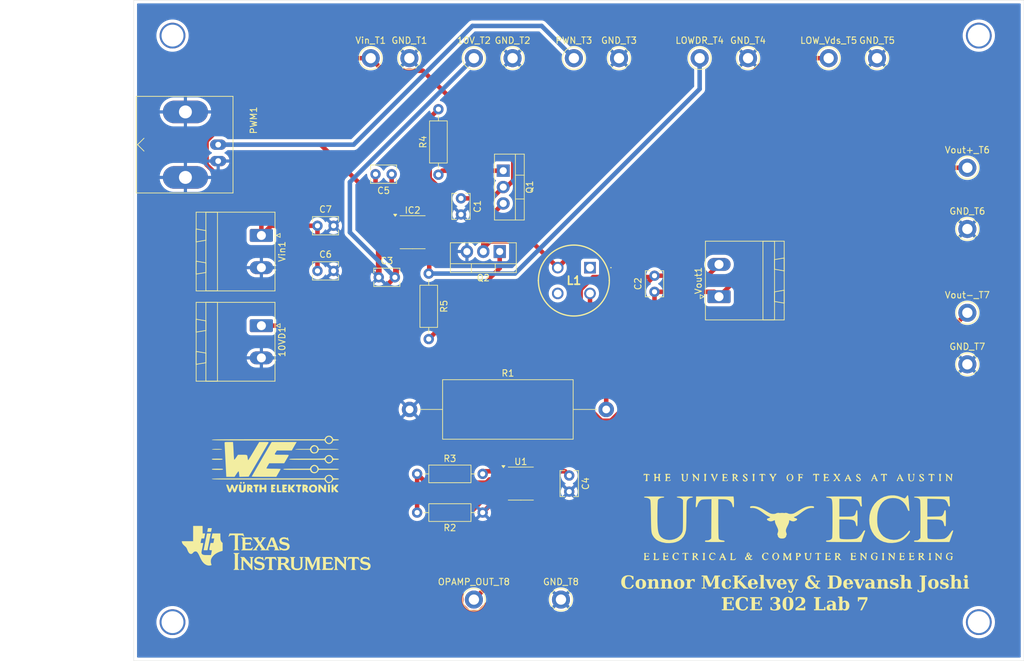
<source format=kicad_pcb>
(kicad_pcb (version 20241229) (generator "pcbnew") (generator_version "9.0")
  (layers (0 "F.Cu" signal) (2 "B.Cu" signal) (13 "F.Paste" user) (15 "B.Paste" user) (5 "F.SilkS" user "F.Silkscreen") (7 "B.SilkS" user "B.Silkscreen") (1 "F.Mask" user) (3 "B.Mask" user) (25 "Edge.Cuts" user))
  (net 0 "")
  (net 1 "GND")
  (net 2 "10V")
  (net 3 "Vin+")
  (net 4 "Vout+")
  (net 5 "Vout-")
  (net 6 "SW")
  (net 7 "BOOT")
  (net 8 "HIGHDR")
  (net 9 "LOWDR")
  (net 10 "PWM")
  (net 13 "OPAMP_OUT")
  (net 14 "Net-(Q1-G)")
  (net 15 "Net-(Q2-G)")
  (net 16 "Net-(U1A--)")
  (footprint "TestPoint:TestPoint_Keystone_5010-5014_Multipurpose" (layer "F.Cu") (at 159.2225 55.5)
    (property "Reference" "LOWDR_T4" (at 0 -2.75 0) (layer "F.SilkS"))
    (property "Value" "TestPoint")
    (pad "1" thru_hole circle (at 0 0) (size 2.8 2.8) (drill 1.6) (layers "*.Cu" "*.Mask") (net 9 "LOWDR"))
  )
  (footprint "TestPoint:TestPoint_Keystone_5010-5014_Multipurpose" (layer "F.Cu") (at 108.2225 55.5)
    (property "Reference" "Vin_T1" (at 0 -2.75 0) (layer "F.SilkS"))
    (property "Value" "TestPoint")
    (pad "1" thru_hole circle (at 0 0) (size 2.8 2.8) (drill 1.6) (layers "*.Cu" "*.Mask") (net 3 "Vin+"))
  )
  (footprint "Capacitor_THT:C_Disc_D3.8mm_W2.6mm_P2.50mm" (layer "F.Cu") (at 111.4725 73.5 180)
    (property "Reference" "C5" (at 1.25 -2.55 0) (layer "F.SilkS"))
    (property "Value" "1u")
    (pad "1" thru_hole circle (at 0 0 180) (size 1.6 1.6) (drill 0.8) (layers "*.Cu" "*.Mask") (net 7 "BOOT"))
    (pad "2" thru_hole circle (at 2.5 0 180) (size 1.6 1.6) (drill 0.8) (layers "*.Cu" "*.Mask") (net 6 "SW"))
  )
  (footprint "graphics:WElogobig" (layer "F.Cu") (at 93.5 118.5)
    (property "Reference" "G***" (hide yes))
    (property "Value" "LOGO" (hide yes))
  )
  (footprint "TestPoint:TestPoint_Keystone_5010-5014_Multipurpose" (layer "F.Cu") (at 124.2225 55.5)
    (property "Reference" "10V_T2" (at 0 -2.75 0) (layer "F.SilkS"))
    (property "Value" "TestPoint")
    (pad "1" thru_hole circle (at 0 0) (size 2.8 2.8) (drill 1.6) (layers "*.Cu" "*.Mask") (net 2 "10V"))
  )
  (footprint "Capacitor_THT:C_Disc_D3.8mm_W2.6mm_P2.50mm" (layer "F.Cu") (at 109.4725 89.5)
    (property "Reference" "C3" (at 1.25 -2.55 0) (layer "F.SilkS"))
    (property "Value" "1u")
    (pad "1" thru_hole circle (at 0 0) (size 1.6 1.6) (drill 0.8) (layers "*.Cu" "*.Mask") (net 1 "GND"))
    (pad "2" thru_hole circle (at 2.5 0) (size 1.6 1.6) (drill 0.8) (layers "*.Cu" "*.Mask") (net 2 "10V"))
  )
  (footprint "TestPoint:TestPoint_Keystone_5010-5014_Multipurpose" (layer "F.Cu") (at 200.7225 82)
    (property "Reference" "GND_T6" (at 0 -2.75 0) (layer "F.SilkS"))
    (property "Value" "TestPoint")
    (pad "1" thru_hole circle (at 0 0) (size 2.8 2.8) (drill 1.6) (layers "*.Cu" "*.Mask") (net 1 "GND"))
  )
  (footprint "Package_SO:SO-8_3.9x4.9mm_P1.27mm" (layer "F.Cu") (at 114.7225 82.5)
    (property "Reference" "IC2" (at 0 -3.4 0) (layer "F.SilkS"))
    (property "Value" "TPS2832D")
    (pad "1" smd roundrect (at -2.575 -1.905) (size 1.75 0.6) (layers "F.Cu" "F.Mask" "F.Paste") (net 10 "PWM"))
    (pad "2" smd roundrect (at -2.575 -0.635) (size 1.75 0.6) (layers "F.Cu" "F.Mask" "F.Paste") (net 1 "GND"))
    (pad "3" smd roundrect (at -2.575 0.635) (size 1.75 0.6) (layers "F.Cu" "F.Mask" "F.Paste") (net 6 "SW"))
    (pad "4" smd roundrect (at -2.575 1.905) (size 1.75 0.6) (layers "F.Cu" "F.Mask" "F.Paste") (net 2 "10V"))
    (pad "5" smd roundrect (at 2.575 1.905) (size 1.75 0.6) (layers "F.Cu" "F.Mask" "F.Paste") (net 9 "LOWDR"))
    (pad "6" smd roundrect (at 2.575 0.635) (size 1.75 0.6) (layers "F.Cu" "F.Mask" "F.Paste") (net 6 "SW"))
    (pad "7" smd roundrect (at 2.575 -0.635) (size 1.75 0.6) (layers "F.Cu" "F.Mask" "F.Paste") (net 8 "HIGHDR"))
    (pad "8" smd roundrect (at 2.575 -1.905) (size 1.75 0.6) (layers "F.Cu" "F.Mask" "F.Paste") (net 7 "BOOT"))
  )
  (footprint "TestPoint:TestPoint_Keystone_5010-5014_Multipurpose" (layer "F.Cu") (at 200.7225 95)
    (property "Reference" "Vout-_T7" (at 0 -2.75 0) (layer "F.SilkS"))
    (property "Value" "TestPoint")
    (pad "1" thru_hole circle (at 0 0) (size 2.8 2.8) (drill 1.6) (layers "*.Cu" "*.Mask") (net 5 "Vout-"))
  )
  (footprint "Capacitor_THT:C_Disc_D3.8mm_W2.6mm_P2.50mm" (layer "F.Cu") (at 152.2225 91.75 90)
    (property "Reference" "C2" (at 1.25 -2.55 90) (layer "F.SilkS"))
    (property "Value" "1u")
    (pad "1" thru_hole circle (at 0 0 90) (size 1.6 1.6) (drill 0.8) (layers "*.Cu" "*.Mask") (net 4 "Vout+"))
    (pad "2" thru_hole circle (at 2.5 0 90) (size 1.6 1.6) (drill 0.8) (layers "*.Cu" "*.Mask") (net 5 "Vout-"))
  )
  (footprint "graphics:ECElogo" (layer "F.Cu") (at 174.5 126.5)
    (property "Reference" "G***" (hide yes))
    (property "Value" "LOGO" (hide yes))
  )
  (footprint "Package_SO:SO-8_3.9x4.9mm_P1.27mm" (layer "F.Cu") (at 131.5 121.5)
    (property "Reference" "U1" (at 0 -3.4 0) (layer "F.SilkS"))
    (property "Value" "TLV2372")
    (pad "1" smd roundrect (at -2.575 -1.905) (size 1.75 0.6) (layers "F.Cu" "F.Mask" "F.Paste") (net 13 "OPAMP_OUT"))
    (pad "2" smd roundrect (at -2.575 -0.635) (size 1.75 0.6) (layers "F.Cu" "F.Mask" "F.Paste") (net 16 "Net-(U1A--)"))
    (pad "3" smd roundrect (at -2.575 0.635) (size 1.75 0.6) (layers "F.Cu" "F.Mask" "F.Paste") (net 5 "Vout-"))
    (pad "4" smd roundrect (at -2.575 1.905) (size 1.75 0.6) (layers "F.Cu" "F.Mask" "F.Paste") (net 1 "GND"))
    (pad "5" smd roundrect (at 2.575 1.905) (size 1.75 0.6) (layers "F.Cu" "F.Mask" "F.Paste"))
    (pad "6" smd roundrect (at 2.575 0.635) (size 1.75 0.6) (layers "F.Cu" "F.Mask" "F.Paste"))
    (pad "7" smd roundrect (at 2.575 -0.635) (size 1.75 0.6) (layers "F.Cu" "F.Mask" "F.Paste"))
    (pad "8" smd roundrect (at 2.575 -1.905) (size 1.75 0.6) (layers "F.Cu" "F.Mask" "F.Paste") (net 2 "10V"))
  )
  (footprint "Package_TO_SOT_THT:TO-220-3_Vertical" (layer "F.Cu") (at 128.2225 85.5 180)
    (property "Reference" "Q2" (at 2.54 -4.1 0) (layer "F.SilkS"))
    (property "Value" "CSD18534KCS")
    (pad "1" thru_hole rect (at 0 0 180) (size 1.905 2) (drill 1.1) (layers "*.Cu" "*.Mask") (net 15 "Net-(Q2-G)"))
    (pad "2" thru_hole oval (at 2.54 0 180) (size 1.905 2) (drill 1.1) (layers "*.Cu" "*.Mask") (net 6 "SW"))
    (pad "3" thru_hole oval (at 5.08 0 180) (size 1.905 2) (drill 1.1) (layers "*.Cu" "*.Mask") (net 1 "GND"))
  )
  (footprint "TestPoint:TestPoint_Keystone_5010-5014_Multipurpose" (layer "F.Cu") (at 124.2225 139.5)
    (property "Reference" "OPAMP_OUT_T8" (at 0 -2.75 0) (layer "F.SilkS"))
    (property "Value" "TestPoint")
    (pad "1" thru_hole circle (at 0 0) (size 2.8 2.8) (drill 1.6) (layers "*.Cu" "*.Mask") (net 13 "OPAMP_OUT"))
  )
  (footprint "Connector_Phoenix_MSTB:PhoenixContact_MSTBA_2,5_2-G_1x02_P5.00mm_Horizontal" (layer "F.Cu") (at 91.2775 83 -90)
    (property "Reference" "Vin1" (at 2.5 -3.2 90) (layer "F.SilkS"))
    (property "Value" "Screw_Terminal_01x02")
    (pad "1" thru_hole roundrect (at 0 0 270) (size 2 3.6) (drill 1.4) (layers "*.Cu" "*.Mask") (roundrect_rratio 0.125) (net 3 "Vin+"))
    (pad "2" thru_hole oval (at 5 0 270) (size 2 3.6) (drill 1.4) (layers "*.Cu" "*.Mask") (net 1 "GND"))
  )
  (footprint "Package_TO_SOT_THT:TO-220-3_Vertical" (layer "F.Cu") (at 128.7725 72.96 -90)
    (property "Reference" "Q1" (at 2.54 -4.1 90) (layer "F.SilkS"))
    (property "Value" "CSD18534KCS")
    (pad "1" thru_hole rect (at 0 0 270) (size 1.905 2) (drill 1.1) (layers "*.Cu" "*.Mask") (net 14 "Net-(Q1-G)"))
    (pad "2" thru_hole oval (at 2.54 0 270) (size 1.905 2) (drill 1.1) (layers "*.Cu" "*.Mask") (net 3 "Vin+"))
    (pad "3" thru_hole oval (at 5.08 0 270) (size 1.905 2) (drill 1.1) (layers "*.Cu" "*.Mask") (net 6 "SW"))
  )
  (footprint "Capacitor_THT:C_Disc_D3.8mm_W2.6mm_P2.50mm" (layer "F.Cu") (at 99.9725 81.5)
    (property "Reference" "C7" (at 1.25 -2.55 0) (layer "F.SilkS"))
    (property "Value" "10u")
    (pad "1" thru_hole circle (at 0 0) (size 1.6 1.6) (drill 0.8) (layers "*.Cu" "*.Mask") (net 3 "Vin+"))
    (pad "2" thru_hole circle (at 2.5 0) (size 1.6 1.6) (drill 0.8) (layers "*.Cu" "*.Mask") (net 1 "GND"))
  )
  (footprint "TestPoint:TestPoint_Keystone_5010-5014_Multipurpose" (layer "F.Cu") (at 139.7225 55.5)
    (property "Reference" "PWN_T3" (at 0 -2.75 0) (layer "F.SilkS"))
    (property "Value" "TestPoint")
    (pad "1" thru_hole circle (at 0 0) (size 2.8 2.8) (drill 1.6) (layers "*.Cu" "*.Mask") (net 10 "PWM"))
  )
  (footprint "Resistor_THT:R_Axial_DIN0207_L6.3mm_D2.5mm_P10.16mm_Horizontal" (layer "F.Cu") (at 118.7225 73.58 90)
    (property "Reference" "R4" (at 5.08 -2.37 90) (layer "F.SilkS"))
    (property "Value" "100")
    (pad "1" thru_hole circle (at 0 0 90) (size 1.6 1.6) (drill 0.8) (layers "*.Cu" "*.Mask") (net 14 "Net-(Q1-G)"))
    (pad "2" thru_hole circle (at 10.16 0 90) (size 1.6 1.6) (drill 0.8) (layers "*.Cu" "*.Mask") (net 8 "HIGHDR"))
  )
  (footprint "Capacitor_THT:C_Disc_D3.8mm_W2.6mm_P2.50mm" (layer "F.Cu") (at 139 120.25 -90)
    (property "Reference" "C4" (at 1.25 -2.55 90) (layer "F.SilkS"))
    (property "Value" "1u")
    (pad "1" thru_hole circle (at 0 0 270) (size 1.6 1.6) (drill 0.8) (layers "*.Cu" "*.Mask") (net 2 "10V"))
    (pad "2" thru_hole circle (at 2.5 0 270) (size 1.6 1.6) (drill 0.8) (layers "*.Cu" "*.Mask") (net 1 "GND"))
  )
  (footprint "Resistor_THT:R_Axial_DIN0922_L20.0mm_D9.0mm_P30.48mm_Horizontal" (layer "F.Cu") (at 114.255 110)
    (property "Reference" "R1" (at 15.24 -5.62 0) (layer "F.SilkS"))
    (property "Value" "0.5")
    (pad "1" thru_hole circle (at 0 0) (size 2.4 2.4) (drill 1.2) (layers "*.Cu" "*.Mask") (net 1 "GND"))
    (pad "2" thru_hole circle (at 30.48 0) (size 2.4 2.4) (drill 1.2) (layers "*.Cu" "*.Mask") (net 5 "Vout-"))
  )
  (footprint "TestPoint:TestPoint_Keystone_5010-5014_Multipurpose" (layer "F.Cu") (at 130.2225 55.5)
    (property "Reference" "GND_T2" (at 0 -2.75 0) (layer "F.SilkS"))
    (property "Value" "TestPoint")
    (pad "1" thru_hole circle (at 0 0) (size 2.8 2.8) (drill 1.6) (layers "*.Cu" "*.Mask") (net 1 "GND"))
  )
  (footprint "TestPoint:TestPoint_Keystone_5010-5014_Multipurpose" (layer "F.Cu") (at 137.7225 139.5)
    (property "Reference" "GND_T8" (at 0 -2.75 0) (layer "F.SilkS"))
    (property "Value" "TestPoint")
    (pad "1" thru_hole circle (at 0 0) (size 2.8 2.8) (drill 1.6) (layers "*.Cu" "*.Mask") (net 1 "GND"))
  )
  (footprint "BuckParts:7447231101" (layer "F.Cu") (at 142.2225 88 180)
    (property "Reference" "L1" (at 2.5 -2 0) (layer "F.SilkS") (effects (font (size 1.27 1.27) (thickness 0.254))))
    (property "Value" "7447231101" (hide yes))
    (pad "1" thru_hole rect (at 0 0 180) (size 1.8 1.8) (drill 1.2) (layers "*.Cu" "*.Mask"))
    (pad "2" thru_hole circle (at 5 0 180) (size 1.8 1.8) (drill 1.2) (layers "*.Cu" "*.Mask") (net 6 "SW"))
    (pad "3" thru_hole circle (at 0 -4 180) (size 1.8 1.8) (drill 1.2) (layers "*.Cu" "*.Mask") (net 4 "Vout+"))
    (pad "4" thru_hole circle (at 5 -4 180) (size 1.8 1.8) (drill 1.2) (layers "*.Cu" "*.Mask"))
  )
  (footprint "Capacitor_THT:C_Disc_D3.8mm_W2.6mm_P2.50mm" (layer "F.Cu") (at 99.9725 88.5)
    (property "Reference" "C6" (at 1.25 -2.55 0) (layer "F.SilkS"))
    (property "Value" "10u")
    (pad "1" thru_hole circle (at 0 0) (size 1.6 1.6) (drill 0.8) (layers "*.Cu" "*.Mask") (net 3 "Vin+"))
    (pad "2" thru_hole circle (at 2.5 0) (size 1.6 1.6) (drill 0.8) (layers "*.Cu" "*.Mask") (net 1 "GND"))
  )
  (footprint "graphics:longhorn" (layer "F.Cu") (at 172 127.5)
    (property "Reference" "G***" (hide yes))
    (property "Value" "LOGO" (hide yes))
  )
  (footprint "Resistor_THT:R_Axial_DIN0207_L6.3mm_D2.5mm_P10.16mm_Horizontal" (layer "F.Cu") (at 125.58 126 180)
    (property "Reference" "R2" (at 5.08 -2.37 0) (layer "F.SilkS"))
    (property "Value" "5k")
    (pad "1" thru_hole circle (at 0 0 180) (size 1.6 1.6) (drill 0.8) (layers "*.Cu" "*.Mask") (net 1 "GND"))
    (pad "2" thru_hole circle (at 10.16 0 180) (size 1.6 1.6) (drill 0.8) (layers "*.Cu" "*.Mask") (net 16 "Net-(U1A--)"))
  )
  (footprint "TestPoint:TestPoint_Keystone_5010-5014_Multipurpose" (layer "F.Cu") (at 146.7225 55.5)
    (property "Reference" "GND_T3" (at 0 -2.75 0) (layer "F.SilkS"))
    (property "Value" "TestPoint")
    (pad "1" thru_hole circle (at 0 0) (size 2.8 2.8) (drill 1.6) (layers "*.Cu" "*.Mask") (net 1 "GND"))
  )
  (footprint "Connector_Phoenix_MSTB:PhoenixContact_MSTBA_2,5_2-G_1x02_P5.00mm_Horizontal" (layer "F.Cu") (at 162.2225 92.5 90)
    (property "Reference" "Vout1" (at 2.5 -3.2 90) (layer "F.SilkS"))
    (property "Value" "Screw_Terminal_01x02")
    (pad "1" thru_hole roundrect (at 0 0 90) (size 2 3.6) (drill 1.4) (layers "*.Cu" "*.Mask") (roundrect_rratio 0.125) (net 4 "Vout+"))
    (pad "2" thru_hole oval (at 5 0 90) (size 2 3.6) (drill 1.4) (layers "*.Cu" "*.Mask") (net 5 "Vout-"))
  )
  (footprint "Capacitor_THT:C_Disc_D3.8mm_W2.6mm_P2.50mm" (layer "F.Cu") (at 122.2225 77.25 -90)
    (property "Reference" "C1" (at 1.25 -2.55 90) (layer "F.SilkS"))
    (property "Value" "10u")
    (pad "1" thru_hole circle (at 0 0 270) (size 1.6 1.6) (drill 0.8) (layers "*.Cu" "*.Mask") (net 3 "Vin+"))
    (pad "2" thru_hole circle (at 2.5 0 270) (size 1.6 1.6) (drill 0.8) (layers "*.Cu" "*.Mask") (net 1 "GND"))
  )
  (footprint "TestPoint:TestPoint_Keystone_5010-5014_Multipurpose" (layer "F.Cu") (at 200.7225 103)
    (property "Reference" "GND_T7" (at 0 -2.75 0) (layer "F.SilkS"))
    (property "Value" "TestPoint")
    (pad "1" thru_hole circle (at 0 0) (size 2.8 2.8) (drill 1.6) (layers "*.Cu" "*.Mask") (net 1 "GND"))
  )
  (footprint "TestPoint:TestPoint_Keystone_5010-5014_Multipurpose" (layer "F.Cu") (at 166.7225 55.5)
    (property "Reference" "GND_T4" (at 0 -2.75 0) (layer "F.SilkS"))
    (property "Value" "TestPoint")
    (pad "1" thru_hole circle (at 0 0) (size 2.8 2.8) (drill 1.6) (layers "*.Cu" "*.Mask") (net 1 "GND"))
  )
  (footprint "TestPoint:TestPoint_Keystone_5010-5014_Multipurpose" (layer "F.Cu") (at 200.7225 72.5)
    (property "Reference" "Vout+_T6" (at 0 -2.75 0) (layer "F.SilkS"))
    (property "Value" "TestPoint")
    (pad "1" thru_hole circle (at 0 0) (size 2.8 2.8) (drill 1.6) (layers "*.Cu" "*.Mask") (net 4 "Vout+"))
  )
  (footprint "TestPoint:TestPoint_Keystone_5010-5014_Multipurpose" (layer "F.Cu") (at 179.2225 55.5)
    (property "Reference" "LOW_Vds_T5" (at 0 -2.75 0) (layer "F.SilkS"))
    (property "Value" "TestPoint")
    (pad "1" thru_hole circle (at 0 0) (size 2.8 2.8) (drill 1.6) (layers "*.Cu" "*.Mask") (net 6 "SW"))
  )
  (footprint "TestPoint:TestPoint_Keystone_5010-5014_Multipurpose" (layer "F.Cu") (at 186.7225 55.5)
    (property "Reference" "GND_T5" (at 0 -2.75 0) (layer "F.SilkS"))
    (property "Value" "TestPoint")
    (pad "1" thru_hole circle (at 0 0) (size 2.8 2.8) (drill 1.6) (layers "*.Cu" "*.Mask") (net 1 "GND"))
  )
  (footprint "graphics:TIlogobig" (layer "F.Cu") (at 93.5 131.5)
    (property "Reference" "G***" (hide yes))
    (property "Value" "LOGO" (hide yes))
  )
  (footprint "Resistor_THT:R_Axial_DIN0207_L6.3mm_D2.5mm_P10.16mm_Horizontal" (layer "F.Cu") (at 115.42 120)
    (property "Reference" "R3" (at 5.08 -2.37 0) (layer "F.SilkS"))
    (property "Value" "20k")
    (pad "1" thru_hole circle (at 0 0) (size 1.6 1.6) (drill 0.8) (layers "*.Cu" "*.Mask") (net 16 "Net-(U1A--)"))
    (pad "2" thru_hole circle (at 10.16 0) (size 1.6 1.6) (drill 0.8) (layers "*.Cu" "*.Mask") (net 13 "OPAMP_OUT"))
  )
  (footprint "Connector_Phoenix_MSTB:PhoenixContact_MSTBA_2,5_2-G_1x02_P5.00mm_Horizontal" (layer "F.Cu") (at 91.2775 97 -90)
    (property "Reference" "10VD1" (at 2.5 -3.2 90) (layer "F.SilkS"))
    (property "Value" "Screw_Terminal_01x02")
    (pad "1" thru_hole roundrect (at 0 0 270) (size 2 3.6) (drill 1.4) (layers "*.Cu" "*.Mask") (roundrect_rratio 0.125) (net 2 "10V"))
    (pad "2" thru_hole oval (at 5 0 270) (size 2 3.6) (drill 1.4) (layers "*.Cu" "*.Mask") (net 1 "GND"))
  )
  (footprint "Connector_Coaxial:BNC_Amphenol_B6252HB-NPP3G-50_Horizontal" (layer "F.Cu") (at 84.58 68.92 90)
    (property "Reference" "PWM1" (at 3.7775 5.5 90) (layer "F.SilkS"))
    (property "Value" "Conn_Coaxial")
    (pad "1" thru_hole oval (at 0 0 90) (size 1.6 2.5) (drill 0.89) (layers "*.Cu" "*.Mask") (net 10 "PWM"))
    (pad "2" thru_hole oval (at -5.08 -5.08 90) (size 3.5 7) (drill 2.01) (layers "*.Cu" "*.Mask") (net 1 "GND"))
    (pad "2" thru_hole oval (at -2.54 0 90) (size 1.6 2.5) (drill 0.89) (layers "*.Cu" "*.Mask") (net 1 "GND"))
    (pad "2" thru_hole oval (at 5.08 -5.08 90) (size 3.5 7) (drill 2.01) (layers "*.Cu" "*.Mask") (net 1 "GND"))
  )
  (footprint "Resistor_THT:R_Axial_DIN0207_L6.3mm_D2.5mm_P10.16mm_Horizontal" (layer "F.Cu") (at 117.2225 88.92 -90)
    (property "Reference" "R5" (at 5.08 -2.37 90) (layer "F.SilkS"))
    (property "Value" "100")
    (pad "1" thru_hole circle (at 0 0 270) (size 1.6 1.6) (drill 0.8) (layers "*.Cu" "*.Mask") (net 9 "LOWDR"))
    (pad "2" thru_hole circle (at 10.16 0 270) (size 1.6 1.6) (drill 0.8) (layers "*.Cu" "*.Mask") (net 15 "Net-(Q2-G)"))
  )
  (footprint "TestPoint:TestPoint_Keystone_5010-5014_Multipurpose" (layer "F.Cu") (at 114.2225 55.5)
    (property "Reference" "GND_T1" (at 0 -2.75 0) (layer "F.SilkS"))
    (property "Value" "TestPoint")
    (pad "1" thru_hole circle (at 0 0) (size 2.8 2.8) (drill 1.6) (layers "*.Cu" "*.Mask") (net 1 "GND"))
  )
  (gr_rect (start 71.5 46.5) (end 209.5 149) (stroke (width 0.05)) (fill no) (layer "Edge.Cuts"))
  (gr_text "Connor McKelvey & Devansh Joshi\nECE 302 Lab 7\n" (at 174 141.5 0) (layer "F.SilkS") (effects (font (size 2 2) (thickness 0.2) (bold yes)) (justify bottom)))
  (via (at 77.5 52) (size 4) (drill 3.4) (layers "F.Cu" "B.Cu") (net 0))
  (via (at 202.5 52) (size 4) (drill 3.4) (layers "F.Cu" "B.Cu") (net 0))
  (via (at 77.5 143) (size 4) (drill 3.4) (layers "F.Cu" "B.Cu") (net 0))
  (via (at 202.5 143) (size 4) (drill 3.4) (layers "F.Cu" "B.Cu") (net 0))
  (segment (start 111.126873 81.865) (end 112.1475 81.865) (width 0.9) (layer "F.Cu") (net 1))
  (segment (start 109.4725 89.5) (end 109.4725 83.519373) (width 0.9) (layer "F.Cu") (net 1))
  (segment (start 128.925 123.405) (end 128.175 123.405) (width 0.7) (layer "F.Cu") (net 1))
  (segment (start 109.4725 83.519373) (end 111.126873 81.865) (width 0.9) (layer "F.Cu") (net 1))
  (segment (start 128.175 123.405) (end 125.58 126) (width 0.7) (layer "F.Cu") (net 1))
  (segment (start 111.48 97) (end 104.4725 97) (width 0.7) (layer "F.Cu") (net 2))
  (segment (start 104.4725 97) (end 91.2775 97) (width 0.7) (layer "F.Cu") (net 2))
  (segment (start 134.075 119.595) (end 138.345 119.595) (width 0.7) (layer "F.Cu") (net 2))
  (segment (start 112.1475 84.405) (end 112.1475 89.325) (width 0.9) (layer "F.Cu") (net 2))
  (segment (start 112.1475 89.325) (end 111.9725 89.5) (width 0.9) (layer "F.Cu") (net 2))
  (segment (start 111.9725 89.5) (end 104.4725 97) (width 0.7) (layer "F.Cu") (net 2))
  (segment (start 138.345 119.595) (end 139 120.25) (width 0.7) (layer "F.Cu") (net 2))
  (segment (start 134.075 119.595) (end 111.48 97) (width 0.7) (layer "F.Cu") (net 2))
  (segment (start 111.9725 89.5) (end 105 82.5275) (width 0.7) (layer "B.Cu") (net 2))
  (segment (start 105 82.5275) (end 105 74.7225) (width 0.7) (layer "B.Cu") (net 2))
  (segment (start 105 74.7225) (end 124.2225 55.5) (width 0.7) (layer "B.Cu") (net 2))
  (segment (start 122.2225 77.25) (end 127.0225 77.25) (width 0.7) (layer "F.Cu") (net 3))
  (segment (start 129.287 75.5) (end 130.3235 74.4635) (width 0.7) (layer "F.Cu") (net 3))
  (segment (start 130.3235 71.4565) (end 116.318 57.451) (width 0.7) (layer "F.Cu") (net 3))
  (segment (start 130.3235 74.4635) (end 130.3235 71.4565) (width 0.7) (layer "F.Cu") (net 3))
  (segment (start 110.1735 57.451) (end 108.2225 55.5) (width 0.7) (layer "F.Cu") (net 3))
  (segment (start 128.7725 75.5) (end 129.287 75.5) (width 0.7) (layer "F.Cu") (net 3))
  (segment (start 127.0225 77.25) (end 128.7725 75.5) (width 0.7) (layer "F.Cu") (net 3))
  (segment (start 116.318 57.451) (end 110.1735 57.451) (width 0.7) (layer "F.Cu") (net 3))
  (segment (start 99.9725 81.5) (end 92.7775 81.5) (width 0.7) (layer "F.Cu") (net 3))
  (segment (start 91.2775 80.518103) (end 91.2775 83) (width 0.7) (layer "F.Cu") (net 3))
  (segment (start 82.779 72.019603) (end 91.2775 80.518103) (width 0.7) (layer "F.Cu") (net 3))
  (segment (start 108.2225 55.5) (end 95.639397 55.5) (width 0.7) (layer "F.Cu") (net 3))
  (segment (start 92.7775 81.5) (end 91.2775 83) (width 0.7) (layer "F.Cu") (net 3))
  (segment (start 99.9725 81.5) (end 99.9725 88.5) (width 0.7) (layer "F.Cu") (net 3))
  (segment (start 95.639397 55.5) (end 82.779 68.360397) (width 0.7) (layer "F.Cu") (net 3))
  (segment (start 82.779 68.360397) (end 82.779 72.019603) (width 0.7) (layer "F.Cu") (net 3))
  (segment (start 152.2225 104.988788) (end 152.2225 91.75) (width 0.7) (layer "F.Cu") (net 4))
  (segment (start 142.2225 109.963788) (end 144.009712 111.751) (width 0.7) (layer "F.Cu") (net 4))
  (segment (start 161.4725 91.75) (end 162.2225 92.5) (width 0.7) (layer "F.Cu") (net 4))
  (segment (start 142.2225 92) (end 142.2225 109.963788) (width 0.7) (layer "F.Cu") (net 4))
  (segment (start 145.460288 111.751) (end 152.2225 104.988788) (width 0.7) (layer "F.Cu") (net 4))
  (segment (start 144.009712 111.751) (end 145.460288 111.751) (width 0.7) (layer "F.Cu") (net 4))
  (segment (start 182.2225 72.5) (end 162.2225 92.5) (width 0.7) (layer "F.Cu") (net 4))
  (segment (start 200.7225 72.5) (end 182.2225 72.5) (width 0.7) (layer "F.Cu") (net 4))
  (segment (start 152.2225 91.75) (end 161.4725 91.75) (width 0.7) (layer "F.Cu") (net 4))
  (segment (start 142.719476 89.451) (end 152.0215 89.451) (width 0.7) (layer "F.Cu") (net 5))
  (segment (start 160.4725 89.25) (end 162.2225 87.5) (width 0.7) (layer "F.Cu") (net 5))
  (segment (start 127.534397 122.135) (end 122.2715 127.397897) (width 0.7) (layer "F.Cu") (net 5))
  (segment (start 143.636505 122.845126) (end 143.636505 112.651999) (width 0.7) (layer "F.Cu") (net 5))
  (segment (start 143.636505 112.651999) (end 140.7715 109.786994) (width 0.7) (layer "F.Cu") (net 5))
  (segment (start 122.2715 127.397897) (end 122.2715 140.308131) (width 0.7) (layer "F.Cu") (net 5))
  (segment (start 152.2225 89.25) (end 160.4725 89.25) (width 0.7) (layer "F.Cu") (net 5))
  (segment (start 122.2715 140.308131) (end 123.414369 141.451) (width 0.7) (layer "F.Cu") (net 5))
  (segment (start 183.070501 112.651999) (end 143.636505 112.651999) (width 0.7) (layer "F.Cu") (net 5))
  (segment (start 140.7715 109.786994) (end 140.7715 91.398976) (width 0.7) (layer "F.Cu") (net 5))
  (segment (start 152.2225 89.25) (end 144.735 96.7375) (width 0.7) (layer "F.Cu") (net 5))
  (segment (start 140.7715 91.398976) (end 142.719476 89.451) (width 0.7) (layer "F.Cu") (net 5))
  (segment (start 123.414369 141.451) (end 125.030631 141.451) (width 0.7) (layer "F.Cu") (net 5))
  (segment (start 144.735 96.7375) (end 144.735 110) (width 0.7) (layer "F.Cu") (net 5))
  (segment (start 200.7225 95) (end 183.070501 112.651999) (width 0.7) (layer "F.Cu") (net 5))
  (segment (start 128.925 122.135) (end 127.534397 122.135) (width 0.7) (layer "F.Cu") (net 5))
  (segment (start 152.0215 89.451) (end 152.2225 89.25) (width 0.7) (layer "F.Cu") (net 5))
  (segment (start 125.030631 141.451) (end 143.636505 122.845126) (width 0.7) (layer "F.Cu") (net 5))
  (segment (start 113.5735 82.583999) (end 113.022499 83.135) (width 0.7) (layer "F.Cu") (net 6))
  (segment (start 112.1475 83.135) (end 117.2975 83.135) (width 0.7) (layer "F.Cu") (net 6))
  (segment (start 108.9725 75.549478) (end 113.5735 80.150478) (width 0.7) (layer "F.Cu") (net 6))
  (segment (start 179.2225 55.5) (end 169.7225 55.5) (width 0.7) (layer "F.Cu") (net 6))
  (segment (start 111.272501 83.135) (end 112.1475 83.135) (width 0.7) (layer "F.Cu") (net 6))
  (segment (start 169.7225 55.5) (end 137.2225 88) (width 0.7) (layer "F.Cu") (net 6))
  (segment (start 125.6825 84.9855) (end 125.6825 85.5) (width 0.7) (layer "F.Cu") (net 6))
  (segment (start 133.1715 83.949) (end 126.719 83.949) (width 0.7) (layer "F.Cu") (net 6))
  (segment (start 113.5735 80.150478) (end 113.5735 82.583999) (width 0.7) (layer "F.Cu") (net 6))
  (segment (start 125.6825 81.13) (end 125.6825 85.5) (width 0.7) (layer "F.Cu") (net 6))
  (segment (start 117.2975 83.135) (end 123.6775 83.135) (width 0.7) (layer "F.Cu") (net 6))
  (segment (start 137.2225 88) (end 133.1715 83.949) (width 0.7) (layer "F.Cu") (net 6))
  (segment (start 123.6775 83.135) (end 125.6825 81.13) (width 0.7) (layer "F.Cu") (net 6))
  (segment (start 113.022499 83.135) (end 112.1475 83.135) (width 0.7) (layer "F.Cu") (net 6))
  (segment (start 128.7725 78.04) (end 125.6825 81.13) (width 0.7) (layer "F.Cu") (net 6))
  (segment (start 108.9725 73.5) (end 108.9725 75.549478) (width 0.7) (layer "F.Cu") (net 6))
  (segment (start 126.719 83.949) (end 125.6825 84.9855) (width 0.7) (layer "F.Cu") (net 6))
  (segment (start 111.4725 74.77) (end 111.4725 73.5) (width 0.7) (layer "F.Cu") (net 7))
  (segment (start 117.2975 80.595) (end 111.4725 74.77) (width 0.7) (layer "F.Cu") (net 7))
  (segment (start 117.2975 81.865) (end 117.898022 81.865) (width 0.7) (layer "F.Cu") (net 8))
  (segment (start 118.7235 75.491603) (end 117.3715 74.139603) (width 0.7) (layer "F.Cu") (net 8))
  (segment (start 117.898022 81.865) (end 118.7235 81.039522) (width 0.7) (layer "F.Cu") (net 8))
  (segment (start 117.3715 64.771) (end 118.7225 63.42) (width 0.7) (layer "F.Cu") (net 8))
  (segment (start 117.3715 74.139603) (end 117.3715 64.771) (width 0.7) (layer "F.Cu") (net 8))
  (segment (start 118.7235 81.039522) (end 118.7235 75.491603) (width 0.7) (layer "F.Cu") (net 8))
  (segment (start 117.2975 84.405) (end 117.2975 88.845) (width 0.7) (layer "F.Cu") (net 9))
  (segment (start 117.2975 88.845) (end 117.2225 88.92) (width 0.7) (layer "F.Cu") (net 9))
  (segment (start 159.2225 60.2775) (end 159.2225 55.5) (width 0.7) (layer "B.Cu") (net 9))
  (segment (start 117.2225 88.92) (end 130.58 88.92) (width 0.7) (layer "B.Cu") (net 9))
  (segment (start 130.58 88.92) (end 159.2225 60.2775) (width 0.7) (layer "B.Cu") (net 9))
  (segment (start 112.1475 80.595) (end 100.4725 68.92) (width 0.7) (layer "F.Cu") (net 10))
  (segment (start 100.4725 68.92) (end 84.58 68.92) (width 0.7) (layer "F.Cu") (net 10))
  (segment (start 134.7225 50.5) (end 124 50.5) (width 0.7) (layer "B.Cu") (net 10))
  (segment (start 139.7225 55.5) (end 134.7225 50.5) (width 0.7) (layer "B.Cu") (net 10))
  (segment (start 124 50.5) (end 105.58 68.92) (width 0.7) (layer "B.Cu") (net 10))
  (segment (start 105.58 68.92) (end 84.58 68.92) (width 0.7) (layer "B.Cu") (net 10))
  (segment (start 128.925 119.595) (end 129.799999 119.595) (width 0.7) (layer "F.Cu") (net 13))
  (segment (start 128.925 119.595) (end 125.985 119.595) (width 0.7) (layer "F.Cu") (net 13))
  (segment (start 125.985 119.595) (end 125.58 120) (width 0.7) (layer "F.Cu") (net 13))
  (segment (start 129.799999 119.595) (end 130.351 120.146001) (width 0.7) (layer "F.Cu") (net 13))
  (segment (start 130.351 120.146001) (end 130.351 133.3715) (width 0.7) (layer "F.Cu") (net 13))
  (segment (start 130.351 133.3715) (end 124.2225 139.5) (width 0.7) (layer "F.Cu") (net 13))
  (segment (start 119.3425 72.96) (end 118.7225 73.58) (width 0.7) (layer "F.Cu") (net 14))
  (segment (start 128.7725 72.96) (end 119.3425 72.96) (width 0.7) (layer "F.Cu") (net 14))
  (segment (start 128.2225 85.5) (end 128.2225 88.08) (width 0.7) (layer "F.Cu") (net 15))
  (segment (start 128.2225 88.08) (end 117.2225 99.08) (width 0.7) (layer "F.Cu") (net 15))
  (segment (start 128.925 120.865) (end 126.625603 120.865) (width 0.7) (layer "F.Cu") (net 16))
  (segment (start 115.42 120) (end 115.42 126) (width 0.7) (layer "F.Cu") (net 16))
  (segment (start 116.771 121.351) (end 115.42 120) (width 0.7) (layer "F.Cu") (net 16))
  (segment (start 126.625603 120.865) (end 126.139603 121.351) (width 0.7) (layer "F.Cu") (net 16))
  (segment (start 126.139603 121.351) (end 116.771 121.351) (width 0.7) (layer "F.Cu") (net 16))
  (zone (net 1) (net_name "GND") (layer "B.Cu") (connect_pads (clearance 0.5)) (min_thickness 0.25) (fill yes (thermal_gap 0.5) (thermal_bridge_width 0.5))
    (polygon (pts (xy 71.5 46.5) (xy 71.5 149) (xy 209.5 149) (xy 209.5 46.5)))
  )
)
</source>
